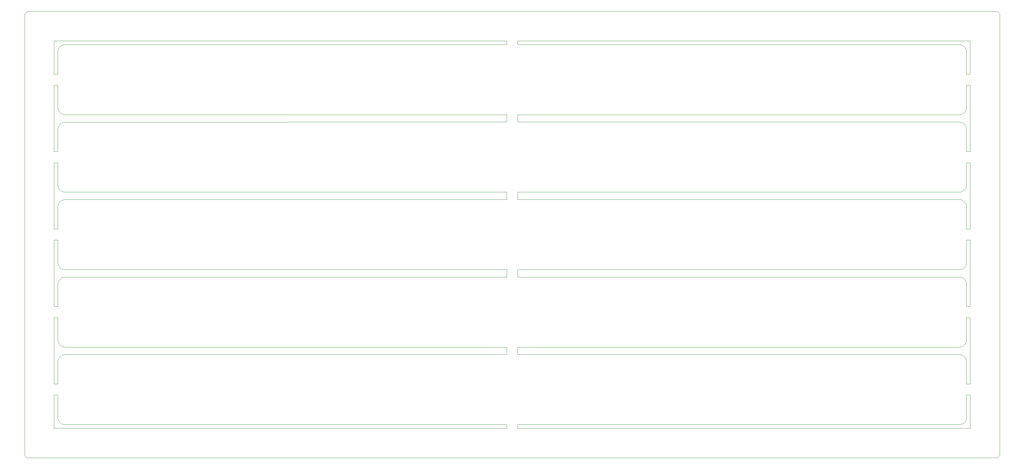
<source format=gm1>
G04 #@! TF.GenerationSoftware,KiCad,Pcbnew,8.0.2*
G04 #@! TF.CreationDate,2024-06-02T18:46:01+02:00*
G04 #@! TF.ProjectId,KeyboardUnitRuler-panel,4b657962-6f61-4726-9455-6e697452756c,rev?*
G04 #@! TF.SameCoordinates,Original*
G04 #@! TF.FileFunction,Profile,NP*
%FSLAX46Y46*%
G04 Gerber Fmt 4.6, Leading zero omitted, Abs format (unit mm)*
G04 Created by KiCad (PCBNEW 8.0.2) date 2024-06-02 18:46:01*
%MOMM*%
%LPD*%
G01*
G04 APERTURE LIST*
G04 #@! TA.AperFunction,Profile*
%ADD10C,0.100000*%
G04 #@! TD*
G04 APERTURE END LIST*
D10*
X9097907Y73541565D02*
X9132859Y73442864D01*
X9063844Y26541832D02*
X9040939Y26443124D01*
X255543135Y69030789D02*
X255496219Y69120604D01*
X254442136Y91075505D02*
X254346252Y91108279D01*
X617316Y76121D02*
X709715Y43060D01*
X254971737Y72568449D02*
X255050270Y72632484D01*
X9585801Y93795390D02*
X9661752Y93723314D01*
X254248831Y49036155D02*
X254150123Y49059060D01*
X255125459Y9550415D02*
X255197111Y9622067D01*
X8000000Y83175000D02*
X8000000Y101225000D01*
X254718129Y111998694D02*
X254628314Y112045610D01*
X253747526Y9000000D02*
X253848824Y9002567D01*
X10186534Y72332511D02*
X10283270Y72292441D01*
X264303096Y168531D02*
X264381919Y226990D01*
X9218005Y52201620D02*
X9267967Y52109602D01*
X130873763Y113250000D02*
X130873763Y112245205D01*
X255125459Y27499586D02*
X255050270Y27567517D01*
X255125459Y30600415D02*
X255197111Y30672067D01*
X11000000Y70140526D02*
X10898701Y70137960D01*
X254346252Y51191722D02*
X254442136Y51224496D01*
X253747526Y30050000D02*
X253848824Y30052567D01*
X9091720Y68739253D02*
X9063844Y68641832D01*
X255050270Y72632484D02*
X255125459Y72700415D01*
X253848824Y70147434D02*
X253747526Y70150000D01*
X9000000Y89190526D02*
X9000008Y83175000D01*
X255444814Y73092072D02*
X255496219Y73179397D01*
X9513725Y51771342D02*
X9585801Y51695390D01*
X255444814Y94142072D02*
X255496219Y94229397D01*
X9063844Y89691832D02*
X9040939Y89593124D01*
X255744959Y68251299D02*
X255737264Y68352337D01*
X253848824Y51102567D02*
X253949862Y51110262D01*
X10597402Y70099587D02*
X10498694Y70076682D01*
X130873763Y92201000D02*
X130873763Y92199000D01*
X254628314Y30254391D02*
X254718129Y30301307D01*
X10186534Y30232511D02*
X10283270Y30192441D01*
X253949862Y72160262D02*
X254050381Y72173064D01*
X255329077Y93975789D02*
X255389052Y94057464D01*
X133873763Y29049000D02*
X133873763Y29051000D01*
X133873763Y71151000D02*
X133873763Y72154738D01*
X254805454Y9302712D02*
X254890062Y9358474D01*
X9124494Y89885138D02*
X9091720Y89789253D01*
X255050270Y27567517D02*
X254971737Y27631552D01*
X9091720Y89789253D02*
X9063844Y89691832D01*
X9172928Y73346127D02*
X9218005Y73251620D01*
X9857462Y90832055D02*
X9775786Y90772079D01*
X254442136Y70025505D02*
X254346252Y70058279D01*
X255197111Y69527934D02*
X255125459Y69599586D01*
X9381983Y72984032D02*
X9445724Y72900962D01*
X9023062Y26343382D02*
X9010260Y26242863D01*
X254050381Y49076937D02*
X253949862Y49089739D01*
X9585801Y51695390D02*
X9661752Y51623314D01*
X9482482Y48393273D02*
X9418447Y48314740D01*
X9445724Y30800962D02*
X9513725Y30721342D01*
X255585441Y73361289D02*
X255623030Y73455390D01*
X9068168Y10491960D02*
X9097907Y10391565D01*
X254346252Y72241722D02*
X254442136Y72274496D01*
X9010260Y110442863D02*
X9002566Y110341825D01*
X11000000Y72159595D02*
X130873763Y72154857D01*
X255265042Y9697256D02*
X255329077Y9775789D01*
X255747526Y53100000D02*
X255747526Y59125000D01*
X254346252Y49008279D02*
X254248831Y49036155D01*
X9002566Y68241825D02*
X9000000Y68140526D01*
X255724462Y110552856D02*
X255706585Y110652598D01*
X9023062Y68443382D02*
X9010260Y68342863D01*
X254050381Y112226937D02*
X253949862Y112239739D01*
X9162083Y47879239D02*
X9124494Y47785138D01*
X10597402Y91149587D02*
X10498694Y91126682D01*
X255655804Y73551274D02*
X255683680Y73648695D01*
X9622065Y111690113D02*
X9550413Y111618461D01*
X255683680Y52598695D02*
X255706585Y52697403D01*
X9445724Y93950962D02*
X9513725Y93871342D01*
X10186534Y9182511D02*
X10283270Y9142441D01*
X254346252Y70058279D02*
X254248831Y70086155D01*
X255125459Y69599586D02*
X255050270Y69667517D01*
X11000000Y51109595D02*
X130873763Y51104857D01*
X253747526Y91200000D02*
X133873763Y91195322D01*
X9002761Y31954923D02*
X9010976Y31850539D01*
X9097907Y10391565D02*
X9132859Y10292864D01*
X255496219Y111220604D02*
X255444814Y111307929D01*
X10597402Y112199587D02*
X10498694Y112176682D01*
X254248831Y51163846D02*
X254346252Y51191722D01*
X10790944Y93220553D02*
X10895328Y93212337D01*
X255585441Y10211289D02*
X255623030Y10305390D01*
X9418447Y48314740D02*
X9358471Y48233064D01*
X9322676Y94120324D02*
X9381983Y94034032D01*
X9218005Y10101620D02*
X9267967Y10009602D01*
X255329077Y111474212D02*
X255265042Y111552745D01*
X10790944Y30070553D02*
X10895328Y30062337D01*
X253949862Y30060262D02*
X254050381Y30073064D01*
X10029395Y48839221D02*
X9942071Y48787816D01*
X254971737Y111831552D02*
X254890062Y111891527D01*
X255744959Y31948702D02*
X255747526Y32050000D01*
X9358471Y48233064D02*
X9302710Y48148455D01*
X9550413Y27418461D02*
X9482482Y27343273D01*
X255543135Y31169212D02*
X255585441Y31261289D01*
X254718129Y72401307D02*
X254805454Y72452712D01*
X10895328Y30062337D02*
X11000000Y30059595D01*
X254050381Y72173064D02*
X254150123Y72190941D01*
X253747526Y70150000D02*
X133873763Y70145322D01*
X9251305Y90161131D02*
X9204389Y90071316D01*
X255744959Y47201299D02*
X255737264Y47302337D01*
X8000000Y80175000D02*
X9000011Y80175000D01*
X255623030Y31355390D02*
X255655804Y31451274D01*
X255585441Y26838712D02*
X255543135Y26930789D01*
X9097907Y31441565D02*
X9132859Y31342864D01*
X10797663Y112230266D02*
X10697144Y112217464D01*
X254628314Y51304391D02*
X254718129Y51351307D01*
X9040939Y68543124D02*
X9023062Y68443382D01*
X254442136Y30174496D02*
X254536237Y30212085D01*
X9741372Y30505312D02*
X9824441Y30441569D01*
X9302710Y69198455D02*
X9251305Y69111131D01*
X9024643Y52796728D02*
X9043725Y52693774D01*
X255747526Y41075000D02*
X255747526Y47100000D01*
X9023062Y47393382D02*
X9010260Y47292863D01*
X10211287Y112078443D02*
X10119210Y112036137D01*
X10401273Y112148806D02*
X10305388Y112116032D01*
X9010260Y26242863D02*
X9002566Y26141825D01*
X254442136Y51224496D02*
X254536237Y51262085D01*
X9000000Y110240526D02*
X9000008Y104225000D01*
X255747526Y68150000D02*
X255744959Y68251299D01*
X9024643Y31746728D02*
X9043725Y31643774D01*
X255744959Y52998702D02*
X255747526Y53100000D01*
X255543135Y10119212D02*
X255585441Y10211289D01*
X264747526Y120250000D02*
X264742710Y120348018D01*
X255655804Y52501274D02*
X255683680Y52598695D01*
X9358471Y69283064D02*
X9302710Y69198455D01*
X254805454Y111947289D02*
X254718129Y111998694D01*
X256747526Y41075000D02*
X255747526Y41075000D01*
X9302710Y90248455D02*
X9251305Y90161131D01*
X255747526Y47100000D02*
X255744959Y47201299D01*
X9204389Y111121316D02*
X9162083Y111029239D01*
X254628314Y9204391D02*
X254718129Y9251307D01*
X9024643Y73846728D02*
X9043725Y73743774D01*
X254248831Y91136155D02*
X254150123Y91159060D01*
X10092027Y9227590D02*
X10186534Y9182511D01*
X10687133Y30084221D02*
X10790944Y30070553D01*
X255747526Y17025000D02*
X256747526Y17025000D01*
X9741372Y9455312D02*
X9824441Y9391569D01*
X10498694Y91126682D02*
X10401273Y91098806D01*
X444429Y168531D02*
X528603Y118079D01*
X9068168Y94691960D02*
X9097907Y94591565D01*
X255389052Y51957464D02*
X255444814Y52042072D01*
X264130209Y121173880D02*
X264037810Y121206941D01*
X264671405Y617317D02*
X264704466Y709716D01*
X255747526Y80175000D02*
X256747526Y80175000D01*
X9040939Y110643124D02*
X9023062Y110543382D01*
X9697253Y69658044D02*
X9622065Y69590113D01*
X9824441Y93591569D02*
X9910732Y93532262D01*
X255724462Y47402856D02*
X255706585Y47502598D01*
X254150123Y28009060D02*
X254050381Y28026937D01*
X9697253Y111758044D02*
X9622065Y111690113D01*
X264578995Y120805571D02*
X264520536Y120884394D01*
X9091720Y47689253D02*
X9063844Y47591832D01*
X255389052Y90342537D02*
X255329077Y90424212D01*
X255444814Y30992072D02*
X255496219Y31079397D01*
X255496219Y27020604D02*
X255444814Y27107929D01*
X255706585Y94797403D02*
X255724462Y94897145D01*
X9043725Y94793774D02*
X9068168Y94691960D01*
X9204389Y90071316D02*
X9162083Y89979239D01*
X255543135Y47980789D02*
X255496219Y48070604D01*
X133873763Y8000000D02*
X133873763Y9004738D01*
X10584180Y93253304D02*
X10687133Y93234221D01*
X130873763Y50099000D02*
X130873763Y49095205D01*
X254150123Y49059060D02*
X254050381Y49076937D01*
X9942071Y48787816D02*
X9857462Y48732055D01*
X255706585Y68552598D02*
X255683680Y68651306D01*
X254628314Y112045610D02*
X254536237Y112087916D01*
X9204389Y47971316D02*
X9162083Y47879239D01*
X292893Y120957107D02*
X226989Y120884394D01*
X10211287Y27878443D02*
X10119210Y27836137D01*
X9091720Y110839253D02*
X9063844Y110741832D01*
X255389052Y9857464D02*
X255444814Y9942072D01*
X10283270Y51242441D02*
X10381971Y51207488D01*
X10898701Y70137960D02*
X10797663Y70130266D01*
X9445724Y51850962D02*
X9513725Y51771342D01*
X255125459Y90649586D02*
X255050270Y90717517D01*
X8000000Y104225000D02*
X8000000Y113250000D01*
X254150123Y91159060D02*
X254050381Y91176937D01*
X264704466Y120540285D02*
X264671405Y120632684D01*
X9023062Y110543382D02*
X9010260Y110442863D01*
X254248831Y30113846D02*
X254346252Y30141722D01*
X255496219Y10029397D02*
X255543135Y10119212D01*
X10482366Y30127748D02*
X10584180Y30103304D01*
X10283270Y93342441D02*
X10381971Y93307488D01*
X255197111Y48477934D02*
X255125459Y48549586D01*
X255724462Y26352856D02*
X255706585Y26452598D01*
X11000000Y28040526D02*
X10898701Y28037960D01*
X9824441Y72541569D02*
X9910732Y72482262D01*
X10584180Y72203304D02*
X10687133Y72184221D01*
X255744959Y95098702D02*
X255747526Y95200000D01*
X255655804Y47698727D02*
X255623030Y47794611D01*
X9000008Y20025000D02*
X8000000Y20025000D01*
X9000008Y62125000D02*
X8000000Y62125000D01*
X9068168Y31541960D02*
X9097907Y31441565D01*
X10597402Y27999587D02*
X10498694Y27976682D01*
X255444814Y90257929D02*
X255389052Y90342537D01*
X255724462Y31747145D02*
X255737264Y31847664D01*
X9585801Y9595390D02*
X9661752Y9523314D01*
X43059Y709716D02*
X76120Y617317D01*
X253848824Y91197434D02*
X253747526Y91200000D01*
X263942616Y121230786D02*
X263845543Y121245185D01*
X254805454Y30352712D02*
X254890062Y30408474D01*
X255585441Y111038712D02*
X255543135Y111130789D01*
X9775786Y69722079D02*
X9697253Y69658044D01*
X254971737Y69731552D02*
X254890062Y69791527D01*
X253949862Y93210262D02*
X254050381Y93223064D01*
X10305388Y48966032D02*
X10211287Y48928443D01*
X8000000Y62125000D02*
X8000000Y80175000D01*
X264742710Y120348018D02*
X264728311Y120445091D01*
X254890062Y90841527D02*
X254805454Y90897289D01*
X255747526Y104225000D02*
X255747526Y110250000D01*
X255329077Y30825789D02*
X255389052Y30907464D01*
X255744959Y10898702D02*
X255747526Y11000000D01*
X9024643Y10696728D02*
X9043725Y10593774D01*
X9302710Y111298455D02*
X9251305Y111211131D01*
X10401273Y91098806D02*
X10305388Y91066032D01*
X255197111Y9622067D02*
X255265042Y9697256D01*
X253949862Y51110262D02*
X254050381Y51123064D01*
X8000000Y59125000D02*
X9000011Y59125000D01*
X256747526Y38075000D02*
X256747526Y20025000D01*
X9204389Y69021316D02*
X9162083Y68929239D01*
X255050270Y9482484D02*
X255125459Y9550415D01*
X255747526Y59125000D02*
X256747526Y59125000D01*
X255389052Y73007464D02*
X255444814Y73092072D01*
X255444814Y48157929D02*
X255389052Y48242537D01*
X255389052Y69292537D02*
X255329077Y69374212D01*
X9132859Y94492864D02*
X9172928Y94396127D01*
X9063844Y110741832D02*
X9040939Y110643124D01*
X9043725Y52693774D02*
X9068168Y52591960D01*
X9010260Y89392863D02*
X9002566Y89291825D01*
X255265042Y111552745D02*
X255197111Y111627934D01*
X9267967Y73159602D02*
X9322676Y73070324D01*
X130873763Y70145205D02*
X11000000Y70140526D01*
X255683680Y47601306D02*
X255655804Y47698727D01*
X255747526Y26050000D02*
X255744959Y26151299D01*
X8000000Y38075000D02*
X9000011Y38075000D01*
X255585441Y47888712D02*
X255543135Y47980789D01*
X9000011Y17025000D02*
X9000020Y11009595D01*
X133873763Y92199000D02*
X133873763Y92201000D01*
X255655804Y31451274D02*
X255683680Y31548695D01*
X253848824Y49097434D02*
X253747526Y49100000D01*
X9043725Y10593774D02*
X9068168Y10491960D01*
X255050270Y69667517D02*
X254971737Y69731552D01*
X10029395Y69889221D02*
X9942071Y69837816D01*
X254150123Y112209060D02*
X254050381Y112226937D01*
X264578995Y444430D02*
X264629447Y528604D01*
X10898701Y112237960D02*
X10797663Y112230266D01*
X9068168Y52591960D02*
X9097907Y52491565D01*
X8000000Y20025000D02*
X8000000Y38075000D01*
X255585441Y94411289D02*
X255623030Y94505390D01*
X256747526Y8000000D02*
X133873763Y8000000D01*
X9418447Y111464740D02*
X9358471Y111383064D01*
X254050381Y30073064D02*
X254150123Y30090941D01*
X10498694Y112176682D02*
X10401273Y112148806D01*
X255197111Y30672067D02*
X255265042Y30747256D01*
X9513725Y72821342D02*
X9585801Y72745390D01*
X263747526Y0D02*
X263845543Y4816D01*
X264037810Y121206941D02*
X263942616Y121230786D01*
X255744959Y74048702D02*
X255747526Y74150000D01*
X255683680Y10498695D02*
X255706585Y10597403D01*
X255329077Y9775789D02*
X255389052Y9857464D01*
X254150123Y72190941D02*
X254248831Y72213846D01*
X4815Y120348018D02*
X0Y120250000D01*
X9322676Y52020324D02*
X9381983Y51934032D01*
X253949862Y70139739D02*
X253848824Y70147434D01*
X365606Y226990D02*
X444429Y168531D01*
X133873763Y112245322D02*
X133873763Y113250000D01*
X10000009Y72427552D02*
X10092027Y72377590D01*
X253747526Y72150000D02*
X253848824Y72152567D01*
X254536237Y30212085D02*
X254628314Y30254391D01*
X9741372Y72605312D02*
X9824441Y72541569D01*
X254150123Y30090941D02*
X254248831Y30113846D01*
X9585801Y72745390D02*
X9661752Y72673314D01*
X254890062Y111891527D02*
X254805454Y111947289D01*
X9010976Y95000539D02*
X9024643Y94896728D01*
X255724462Y89502856D02*
X255706585Y89602598D01*
X254890062Y69791527D02*
X254805454Y69847289D01*
X255737264Y52897664D02*
X255744959Y52998702D01*
X255744959Y26151299D02*
X255737264Y26252337D01*
X253848824Y28047434D02*
X253747526Y28050000D01*
X255543135Y26930789D02*
X255496219Y27020604D01*
X9910732Y30382262D02*
X10000009Y30327552D01*
X9513725Y93871342D02*
X9585801Y93795390D01*
X255585441Y52311289D02*
X255623030Y52405390D01*
X255197111Y93822067D02*
X255265042Y93897256D01*
X263845543Y121245185D02*
X263747526Y121250000D01*
X255683680Y26551306D02*
X255655804Y26648727D01*
X254718129Y27798694D02*
X254628314Y27845610D01*
X254050381Y9023064D02*
X254150123Y9040941D01*
X9267967Y94209602D02*
X9322676Y94120324D01*
X255543135Y52219212D02*
X255585441Y52311289D01*
X9857462Y111882055D02*
X9775786Y111822079D01*
X9322676Y30970324D02*
X9381983Y30884032D01*
X255496219Y69120604D02*
X255444814Y69207929D01*
X10584180Y9053304D02*
X10687133Y9034221D01*
X264381919Y226990D02*
X264454632Y292894D01*
X9322676Y73070324D02*
X9381983Y72984032D01*
X10119210Y69936137D02*
X10029395Y69889221D01*
X9172928Y10196127D02*
X9218005Y10101620D01*
X9942071Y111937816D02*
X9857462Y111882055D01*
X9857462Y69782055D02*
X9775786Y69722079D01*
X254718129Y93451307D02*
X254805454Y93502712D01*
X255706585Y26452598D02*
X255683680Y26551306D01*
X10895328Y9012337D02*
X11000000Y9009595D01*
X9381983Y30884032D02*
X9445724Y30800962D01*
X255265042Y90502745D02*
X255197111Y90577934D01*
X9124494Y68835138D02*
X9091720Y68739253D01*
X226989Y365607D02*
X292893Y292894D01*
X255623030Y68844611D02*
X255585441Y68938712D01*
X10687133Y51134221D02*
X10790944Y51120553D01*
X255737264Y94997664D02*
X255744959Y95098702D01*
X254971737Y27631552D02*
X254890062Y27691527D01*
X9622065Y48540113D02*
X9550413Y48468461D01*
X9775786Y111822079D02*
X9697253Y111758044D01*
X9661752Y9523314D02*
X9741372Y9455312D01*
X254718129Y51351307D02*
X254805454Y51402712D01*
X10790944Y9020553D02*
X10895328Y9012337D01*
X9857462Y48732055D02*
X9775786Y48672079D01*
X254248831Y93263846D02*
X254346252Y93291722D01*
X9302710Y48148455D02*
X9251305Y48061131D01*
X254718129Y48848694D02*
X254628314Y48895610D01*
X168530Y444430D02*
X226989Y365607D01*
X9322676Y9920324D02*
X9381983Y9834032D01*
X8000000Y113250000D02*
X130873763Y113250000D01*
X9697253Y48608044D02*
X9622065Y48540113D01*
X9775786Y48672079D02*
X9697253Y48608044D01*
X130873763Y8000000D02*
X8000000Y8000000D01*
X264218922Y121131922D02*
X264130209Y121173880D01*
X254536237Y9162085D02*
X254628314Y9204391D01*
X528603Y121131922D02*
X444429Y121081470D01*
X168530Y120805571D02*
X118078Y120721397D01*
X255623030Y10305390D02*
X255655804Y10401274D01*
X0Y120250000D02*
X0Y1000000D01*
X10482366Y93277748D02*
X10584180Y93253304D01*
X10482366Y9077748D02*
X10584180Y9053304D01*
X255265042Y93897256D02*
X255329077Y93975789D01*
X254536237Y112087916D02*
X254442136Y112125505D01*
X255585441Y89988712D02*
X255543135Y90080789D01*
X901982Y121245185D02*
X804909Y121230786D01*
X9204389Y26921316D02*
X9162083Y26829239D01*
X9000008Y83175000D02*
X8000000Y83175000D01*
X255623030Y89894611D02*
X255585441Y89988712D01*
X10498694Y70076682D02*
X10401273Y70048806D01*
X10119210Y90986137D02*
X10029395Y90939221D01*
X255496219Y90170604D02*
X255444814Y90257929D01*
X256747526Y62125000D02*
X255747526Y62125000D01*
X255496219Y48070604D02*
X255444814Y48157929D01*
X10029395Y27789221D02*
X9942071Y27737816D01*
X226989Y120884394D02*
X168530Y120805571D01*
X9824441Y51491569D02*
X9910732Y51432262D01*
X10000009Y51377552D02*
X10092027Y51327590D01*
X10401273Y48998806D02*
X10305388Y48966032D01*
X10797663Y49080266D02*
X10697144Y49067464D01*
X10797663Y28030266D02*
X10697144Y28017464D01*
X255496219Y31079397D02*
X255543135Y31169212D01*
X10305388Y27916032D02*
X10211287Y27878443D01*
X255265042Y30747256D02*
X255329077Y30825789D01*
X10211287Y69978443D02*
X10119210Y69936137D01*
X11000000Y9009595D02*
X130873763Y9004857D01*
X255706585Y89602598D02*
X255683680Y89701306D01*
X255747526Y74150000D02*
X255747526Y80175000D01*
X9010976Y10800539D02*
X9024643Y10696728D01*
X10000009Y9277552D02*
X10092027Y9227590D01*
X9162083Y89979239D02*
X9124494Y89885138D01*
X9741372Y93655312D02*
X9824441Y93591569D01*
X254971737Y93618449D02*
X255050270Y93682484D01*
X9218005Y73251620D02*
X9267967Y73159602D01*
X1000000Y0D02*
X263747526Y0D01*
X9132859Y31342864D02*
X9172928Y31246127D01*
X9741372Y51555312D02*
X9824441Y51491569D01*
X10283270Y9142441D02*
X10381971Y9107488D01*
X9132859Y10292864D02*
X9172928Y10196127D01*
X10697144Y70117464D02*
X10597402Y70099587D01*
X9622065Y90640113D02*
X9550413Y90568461D01*
X10186534Y51282511D02*
X10283270Y51242441D01*
X255747526Y62125000D02*
X255747526Y68150000D01*
X9302710Y27098455D02*
X9251305Y27011131D01*
X9622065Y27490113D02*
X9550413Y27418461D01*
X9010260Y47292863D02*
X9002566Y47191825D01*
X10697144Y91167464D02*
X10597402Y91149587D01*
X9942071Y27737816D02*
X9857462Y27682055D01*
X9697253Y27558044D02*
X9622065Y27490113D01*
X9132859Y52392864D02*
X9172928Y52296127D01*
X9002566Y110341825D02*
X9000000Y110240526D01*
X10687133Y9034221D02*
X10790944Y9020553D01*
X255744959Y89301299D02*
X255737264Y89402337D01*
X9002566Y89291825D02*
X9000000Y89190526D01*
X255706585Y110652598D02*
X255683680Y110751306D01*
X256747526Y113250000D02*
X256747526Y104225000D01*
X9824441Y9391569D02*
X9910732Y9332262D01*
X133873763Y93204738D02*
X253747526Y93200000D01*
X255724462Y10697145D02*
X255737264Y10797664D01*
X130873763Y28045205D02*
X11000000Y28040526D01*
X9024643Y94896728D02*
X9043725Y94793774D01*
X263942616Y19215D02*
X264037810Y43060D01*
X365606Y121023011D02*
X292893Y120957107D01*
X9910732Y93532262D02*
X10000009Y93477552D01*
X9002566Y26141825D02*
X9000000Y26040526D01*
X10381971Y30157488D02*
X10482366Y30127748D01*
X9824441Y30441569D02*
X9910732Y30382262D01*
X130873763Y91195205D02*
X11000000Y91190526D01*
X255747526Y89200000D02*
X255744959Y89301299D01*
X253848824Y30052567D02*
X253949862Y30060262D01*
X255329077Y90424212D02*
X255265042Y90502745D01*
X255050270Y51582484D02*
X255125459Y51650415D01*
X10305388Y70016032D02*
X10211287Y69978443D01*
X9002761Y53004923D02*
X9010976Y52900539D01*
X255389052Y27192537D02*
X255329077Y27274212D01*
X133873763Y50099000D02*
X133873763Y50101000D01*
X254050381Y28026937D02*
X253949862Y28039739D01*
X130873763Y50101000D02*
X130873763Y50099000D01*
X133873763Y50101000D02*
X133873763Y51104738D01*
X254805454Y51402712D02*
X254890062Y51458474D01*
X254628314Y90995610D02*
X254536237Y91037916D01*
X9000020Y95209595D02*
X9002761Y95104923D01*
X10305388Y91066032D02*
X10211287Y91028443D01*
X254536237Y51262085D02*
X254628314Y51304391D01*
X255683680Y89701306D02*
X255655804Y89798727D01*
X264037810Y43060D02*
X264130209Y76121D01*
X9162083Y111029239D02*
X9124494Y110935138D01*
X255050270Y30532484D02*
X255125459Y30600415D01*
X264671405Y120632684D02*
X264629447Y120721397D01*
X9002566Y47191825D02*
X9000000Y47090526D01*
X9040939Y47493124D02*
X9023062Y47393382D01*
X9585801Y30645390D02*
X9661752Y30573314D01*
X255724462Y68452856D02*
X255706585Y68552598D01*
X254890062Y9358474D02*
X254971737Y9418449D01*
X10000009Y30327552D02*
X10092027Y30277590D01*
X10092027Y72377590D02*
X10186534Y72332511D01*
X255724462Y94897145D02*
X255737264Y94997664D01*
X254890062Y51458474D02*
X254971737Y51518449D01*
X255543135Y73269212D02*
X255585441Y73361289D01*
X10092027Y93427590D02*
X10186534Y93382511D01*
X264728311Y804910D02*
X264742710Y901983D01*
X10211287Y48928443D02*
X10119210Y48886137D01*
X254628314Y93404391D02*
X254718129Y93451307D01*
X9697253Y90708044D02*
X9622065Y90640113D01*
X255197111Y51722067D02*
X255265042Y51797256D01*
X255706585Y47502598D02*
X255683680Y47601306D01*
X253747526Y49100000D02*
X133873763Y49095322D01*
X264629447Y120721397D02*
X264578995Y120805571D01*
X253848824Y9002567D02*
X253949862Y9010262D01*
X9622065Y69590113D02*
X9550413Y69518461D01*
X9550413Y69518461D02*
X9482482Y69443273D01*
X10283270Y72292441D02*
X10381971Y72257488D01*
X254536237Y91037916D02*
X254442136Y91075505D01*
X9445724Y72900962D02*
X9513725Y72821342D01*
X254248831Y70086155D02*
X254150123Y70109060D01*
X255265042Y72847256D02*
X255329077Y72925789D01*
X255444814Y111307929D02*
X255389052Y111392537D01*
X617316Y121173880D02*
X528603Y121131922D01*
X9000020Y53109595D02*
X9002761Y53004923D01*
X264629447Y528604D02*
X264671405Y617317D01*
X254628314Y27845610D02*
X254536237Y27887916D01*
X9251305Y48061131D02*
X9204389Y47971316D01*
X11000000Y30059595D02*
X130873763Y30054857D01*
X9482482Y90493273D02*
X9418447Y90414740D01*
X264381919Y121023011D02*
X264303096Y121081470D01*
X255197111Y27427934D02*
X255125459Y27499586D01*
X10687133Y72184221D02*
X10790944Y72170553D01*
X9381983Y9834032D02*
X9445724Y9750962D01*
X255747526Y11000000D02*
X255747526Y17025000D01*
X254442136Y9124496D02*
X254536237Y9162085D01*
X10790944Y51120553D02*
X10895328Y51112337D01*
X255655804Y68748727D02*
X255623030Y68844611D01*
X10895328Y72162337D02*
X11000000Y72159595D01*
X255329077Y72925789D02*
X255389052Y73007464D01*
X254890062Y72508474D02*
X254971737Y72568449D01*
X9661752Y93723314D02*
X9741372Y93655312D01*
X9513725Y30721342D02*
X9585801Y30645390D01*
X9775786Y27622079D02*
X9697253Y27558044D01*
X9172928Y94396127D02*
X9218005Y94301620D01*
X255543135Y94319212D02*
X255585441Y94411289D01*
X9010976Y52900539D02*
X9024643Y52796728D01*
X254150123Y51140941D02*
X254248831Y51163846D01*
X255737264Y68352337D02*
X255724462Y68452856D01*
X254150123Y9040941D02*
X254248831Y9063846D01*
X133873763Y9004738D02*
X253747526Y9000000D01*
X1000000Y121250000D02*
X901982Y121245185D01*
X130873763Y72154857D02*
X130873763Y71151000D01*
X255496219Y73179397D02*
X255543135Y73269212D01*
X9010976Y31850539D02*
X9024643Y31746728D01*
X254890062Y48741527D02*
X254805454Y48797289D01*
X254050381Y93223064D02*
X254150123Y93240941D01*
X254805454Y48797289D02*
X254718129Y48848694D01*
X255543135Y90080789D02*
X255496219Y90170604D01*
X9482482Y111543273D02*
X9418447Y111464740D01*
X9513725Y9671342D02*
X9585801Y9595390D01*
X253949862Y91189739D02*
X253848824Y91197434D01*
X255737264Y89402337D02*
X255724462Y89502856D01*
X255265042Y69452745D02*
X255197111Y69527934D01*
X255265042Y27352745D02*
X255197111Y27427934D01*
X254150123Y70109060D02*
X254050381Y70126937D01*
X254248831Y27986155D02*
X254150123Y28009060D01*
X253848824Y93202567D02*
X253949862Y93210262D01*
X133873763Y72154738D02*
X253747526Y72150000D01*
X255655804Y89798727D02*
X255623030Y89894611D01*
X10895328Y51112337D02*
X11000000Y51109595D01*
X709715Y121206941D02*
X617316Y121173880D01*
X255683680Y94698695D02*
X255706585Y94797403D01*
X255329077Y27274212D02*
X255265042Y27352745D01*
X10895328Y93212337D02*
X11000000Y93209595D01*
X10482366Y72227748D02*
X10584180Y72203304D01*
X9000000Y68140526D02*
X9000008Y62125000D01*
X9445724Y9750962D02*
X9513725Y9671342D01*
X133873763Y51104738D02*
X253747526Y51100000D01*
X9218005Y31151620D02*
X9267967Y31059602D01*
X254971737Y30468449D02*
X255050270Y30532484D01*
X264303096Y121081470D02*
X264218922Y121131922D01*
X130873763Y93204857D02*
X130873763Y92201000D01*
X10584180Y30103304D02*
X10687133Y30084221D01*
X19214Y120445091D02*
X4815Y120348018D01*
X130873763Y49095205D02*
X11000000Y49090526D01*
X804909Y19215D02*
X901982Y4816D01*
X9097907Y94591565D02*
X9132859Y94492864D01*
X254346252Y91108279D02*
X254248831Y91136155D01*
X9661752Y51623314D02*
X9741372Y51555312D01*
X11000000Y91190526D02*
X10898701Y91187960D01*
X118078Y120721397D02*
X76120Y120632684D01*
X133873763Y91195322D02*
X133873763Y92199000D01*
X264728311Y120445091D02*
X264704466Y120540285D01*
X255737264Y73947664D02*
X255744959Y74048702D01*
X264454632Y120957107D02*
X264381919Y121023011D01*
X254248831Y112186155D02*
X254150123Y112209060D01*
X255496219Y94229397D02*
X255543135Y94319212D01*
X9251305Y27011131D02*
X9204389Y26921316D01*
X0Y1000000D02*
X4815Y901983D01*
X130873763Y29049000D02*
X130873763Y28045205D01*
X9000020Y74159595D02*
X9002761Y74054923D01*
X133873763Y70145322D02*
X133873763Y71149000D01*
X255125459Y93750415D02*
X255197111Y93822067D01*
X9097907Y52491565D02*
X9132859Y52392864D01*
X264130209Y76121D02*
X264218922Y118079D01*
X9482482Y27343273D02*
X9418447Y27264740D01*
X255543135Y111130789D02*
X255496219Y111220604D01*
X255747526Y83175000D02*
X255747526Y89200000D01*
X255444814Y27107929D02*
X255389052Y27192537D01*
X264747526Y1000000D02*
X264747526Y120250000D01*
X9267967Y31059602D02*
X9322676Y30970324D01*
X9124494Y110935138D02*
X9091720Y110839253D01*
X9218005Y94301620D02*
X9267967Y94209602D01*
X10790944Y72170553D02*
X10895328Y72162337D01*
X9418447Y90414740D02*
X9358471Y90333064D01*
X8000000Y17025000D02*
X9000011Y17025000D01*
X255125459Y51650415D02*
X255197111Y51722067D01*
X255655804Y94601274D02*
X255683680Y94698695D01*
X9162083Y26829239D02*
X9124494Y26735138D01*
X9942071Y69837816D02*
X9857462Y69782055D01*
X255623030Y94505390D02*
X255655804Y94601274D01*
X130873763Y9004857D02*
X130873763Y8000000D01*
X9010976Y73950539D02*
X9024643Y73846728D01*
X10381971Y72257488D02*
X10482366Y72227748D01*
X10482366Y51177748D02*
X10584180Y51153304D01*
X256747526Y59125000D02*
X256747526Y41075000D01*
X254718129Y69898694D02*
X254628314Y69945610D01*
X254442136Y112125505D02*
X254346252Y112158279D01*
X254890062Y30408474D02*
X254971737Y30468449D01*
X253747526Y112250000D02*
X133873763Y112245322D01*
X9358471Y27183064D02*
X9302710Y27098455D01*
X264520536Y365607D02*
X264578995Y444430D01*
X10000009Y93477552D02*
X10092027Y93427590D01*
X255706585Y31647403D02*
X255724462Y31747145D01*
X9000020Y32059595D02*
X9002761Y31954923D01*
X253747526Y93200000D02*
X253848824Y93202567D01*
X9000008Y41075000D02*
X8000000Y41075000D01*
X256747526Y80175000D02*
X256747526Y62125000D01*
X255050270Y90717517D02*
X254971737Y90781552D01*
X263747526Y121250000D02*
X1000000Y121250000D01*
X254346252Y30141722D02*
X254442136Y30174496D01*
X254890062Y93558474D02*
X254971737Y93618449D01*
X253848824Y112247434D02*
X253747526Y112250000D01*
X264704466Y709716D02*
X264728311Y804910D01*
X255655804Y110848727D02*
X255623030Y110944611D01*
X9172928Y31246127D02*
X9218005Y31151620D01*
X254536237Y93362085D02*
X254628314Y93404391D01*
X528603Y118079D02*
X617316Y76121D01*
X9002761Y10904923D02*
X9010976Y10800539D01*
X254805454Y69847289D02*
X254718129Y69898694D01*
X255747526Y95200000D02*
X255747526Y101225000D01*
X255444814Y52042072D02*
X255496219Y52129397D01*
X254971737Y9418449D02*
X255050270Y9482484D01*
X292893Y292894D02*
X365606Y226990D01*
X264520536Y120884394D02*
X264454632Y120957107D01*
X256747526Y104225000D02*
X255747526Y104225000D01*
X10119210Y48886137D02*
X10029395Y48839221D01*
X255197111Y90577934D02*
X255125459Y90649586D01*
X10797663Y91180266D02*
X10697144Y91167464D01*
X10186534Y93382511D02*
X10283270Y93342441D01*
X10029395Y111989221D02*
X9942071Y111937816D01*
X9068168Y73641960D02*
X9097907Y73541565D01*
X130873763Y29051000D02*
X130873763Y29049000D01*
X255585441Y68938712D02*
X255543135Y69030789D01*
X10697144Y28017464D02*
X10597402Y27999587D01*
X133873763Y29051000D02*
X133873763Y30054738D01*
X10401273Y70048806D02*
X10305388Y70016032D01*
X254536237Y48937916D02*
X254442136Y48975505D01*
X9910732Y51432262D02*
X10000009Y51377552D01*
X263845543Y4816D02*
X263942616Y19215D01*
X254890062Y27691527D02*
X254805454Y27747289D01*
X9267967Y10009602D02*
X9322676Y9920324D01*
X9124494Y26735138D02*
X9091720Y26639253D01*
X255737264Y31847664D02*
X255744959Y31948702D01*
X10283270Y30192441D02*
X10381971Y30157488D01*
X9482482Y69443273D02*
X9418447Y69364740D01*
X254050381Y70126937D02*
X253949862Y70139739D01*
X9381983Y94034032D02*
X9445724Y93950962D01*
X9550413Y90568461D02*
X9482482Y90493273D01*
X254442136Y27925505D02*
X254346252Y27958279D01*
X9172928Y52296127D02*
X9218005Y52201620D01*
X10898701Y91187960D02*
X10797663Y91180266D01*
X9857462Y27682055D02*
X9775786Y27622079D01*
X9002761Y95104923D02*
X9010976Y95000539D01*
X9550413Y48468461D02*
X9482482Y48393273D01*
X9000020Y11009595D02*
X9002761Y10904923D01*
X9267967Y52109602D02*
X9322676Y52020324D01*
X9000011Y59125000D02*
X9000020Y53109595D01*
X19214Y804910D02*
X43059Y709716D01*
X254442136Y48975505D02*
X254346252Y49008279D01*
X130873763Y51104857D02*
X130873763Y50101000D01*
X133873763Y30054738D02*
X253747526Y30050000D01*
X118078Y528604D02*
X168530Y444430D01*
X9124494Y47785138D02*
X9091720Y47689253D01*
X9251305Y69111131D02*
X9204389Y69021316D01*
X9091720Y26639253D02*
X9063844Y26541832D01*
X9000011Y80175000D02*
X9000020Y74159595D01*
X9132859Y73442864D02*
X9172928Y73346127D01*
X255683680Y31548695D02*
X255706585Y31647403D01*
X76120Y120632684D02*
X43059Y120540285D01*
X255623030Y47794611D02*
X255585441Y47888712D01*
X9418447Y27264740D02*
X9358471Y27183064D01*
X255747526Y32050000D02*
X255747526Y38075000D01*
X11000000Y49090526D02*
X10898701Y49087960D01*
X254971737Y51518449D02*
X255050270Y51582484D01*
X254150123Y93240941D02*
X254248831Y93263846D01*
X255623030Y73455390D02*
X255655804Y73551274D01*
X255655804Y10401274D02*
X255683680Y10498695D01*
X9040939Y89593124D02*
X9023062Y89493382D01*
X255329077Y51875789D02*
X255389052Y51957464D01*
X133873763Y49095322D02*
X133873763Y50099000D01*
X255747526Y38075000D02*
X256747526Y38075000D01*
X9358471Y90333064D02*
X9302710Y90248455D01*
X264742710Y901983D02*
X264747526Y1000000D01*
X253949862Y9010262D02*
X254050381Y9023064D01*
X254628314Y72354391D02*
X254718129Y72401307D01*
X9550413Y111618461D02*
X9482482Y111543273D01*
X255125459Y72700415D02*
X255197111Y72772067D01*
X255389052Y48242537D02*
X255329077Y48324212D01*
X133873763Y92201000D02*
X133873763Y93204738D01*
X255050270Y111767517D02*
X254971737Y111831552D01*
X255389052Y30907464D02*
X255444814Y30992072D01*
X255683680Y110751306D02*
X255655804Y110848727D01*
X255706585Y10597403D02*
X255724462Y10697145D01*
X254536237Y69987916D02*
X254442136Y70025505D01*
X254248831Y72213846D02*
X254346252Y72241722D01*
X255265042Y48402745D02*
X255197111Y48477934D01*
X9251305Y111211131D02*
X9204389Y111121316D01*
X130873763Y112245205D02*
X11000000Y112240526D01*
X9661752Y30573314D02*
X9741372Y30505312D01*
X255724462Y52797145D02*
X255737264Y52897664D01*
X255050270Y93682484D02*
X255125459Y93750415D01*
X255623030Y52405390D02*
X255655804Y52501274D01*
X255265042Y51797256D02*
X255329077Y51875789D01*
X709715Y43060D02*
X804909Y19215D01*
X9010260Y68342863D02*
X9002566Y68241825D01*
X254628314Y69945610D02*
X254536237Y69987916D01*
X804909Y121230786D02*
X709715Y121206941D01*
X254536237Y27887916D02*
X254442136Y27925505D01*
X255683680Y68651306D02*
X255655804Y68748727D01*
X9063844Y47591832D02*
X9040939Y47493124D01*
X254971737Y48681552D02*
X254890062Y48741527D01*
X253949862Y112239739D02*
X253848824Y112247434D01*
X254050381Y91176937D02*
X253949862Y91189739D01*
X254346252Y112158279D02*
X254248831Y112186155D01*
X9910732Y72482262D02*
X10000009Y72427552D01*
X254805454Y90897289D02*
X254718129Y90948694D01*
X255655804Y26648727D02*
X255623030Y26744611D01*
X254718129Y30301307D02*
X254805454Y30352712D01*
X254442136Y72274496D02*
X254536237Y72312085D01*
X255197111Y111627934D02*
X255125459Y111699586D01*
X9910732Y9332262D02*
X10000009Y9277552D01*
X10119210Y27836137D02*
X10029395Y27789221D01*
X255747526Y101225000D02*
X256747526Y101225000D01*
X254805454Y93502712D02*
X254890062Y93558474D01*
X10211287Y91028443D02*
X10119210Y90986137D01*
X253747526Y28050000D02*
X133873763Y28045322D01*
X254346252Y93291722D02*
X254442136Y93324496D01*
X133873763Y113250000D02*
X256747526Y113250000D01*
X9000000Y47090526D02*
X9000008Y41075000D01*
X255389052Y111392537D02*
X255329077Y111474212D01*
X9775786Y90772079D02*
X9697253Y90708044D01*
X901982Y4816D02*
X1000000Y0D01*
X10381971Y93307488D02*
X10482366Y93277748D01*
X255737264Y10797664D02*
X255744959Y10898702D01*
X10597402Y49049587D02*
X10498694Y49026682D01*
X255389052Y94057464D02*
X255444814Y94142072D01*
X254050381Y51123064D02*
X254150123Y51140941D01*
X4815Y901983D02*
X19214Y804910D01*
X255050270Y48617517D02*
X254971737Y48681552D01*
X255623030Y26744611D02*
X255585441Y26838712D01*
X254805454Y27747289D02*
X254718129Y27798694D01*
X10381971Y9107488D02*
X10482366Y9077748D01*
X10092027Y30277590D02*
X10186534Y30232511D01*
X10119210Y112036137D02*
X10029395Y111989221D01*
X254248831Y9063846D02*
X254346252Y9091722D01*
X9043725Y31643774D02*
X9068168Y31541960D01*
X130873763Y30054857D02*
X130873763Y29051000D01*
X8000000Y8000000D02*
X8000000Y17025000D01*
X255747526Y20025000D02*
X255747526Y26050000D01*
X444429Y121081470D02*
X365606Y121023011D01*
X255747526Y110250000D02*
X255744959Y110351299D01*
X9162083Y68929239D02*
X9124494Y68835138D01*
X254536237Y72312085D02*
X254628314Y72354391D01*
X10898701Y49087960D02*
X10797663Y49080266D01*
X10584180Y51153304D02*
X10687133Y51134221D01*
X11000000Y112240526D02*
X10898701Y112237960D01*
X10687133Y93234221D02*
X10790944Y93220553D01*
X255496219Y52129397D02*
X255543135Y52219212D01*
X133873763Y71149000D02*
X133873763Y71151000D01*
X9063844Y68641832D02*
X9040939Y68543124D01*
X9381983Y51934032D02*
X9445724Y51850962D01*
X264454632Y292894D02*
X264520536Y365607D01*
X10305388Y112116032D02*
X10211287Y112078443D01*
X10797663Y70130266D02*
X10697144Y70117464D01*
X9000000Y26040526D02*
X9000008Y20025000D01*
X256747526Y83175000D02*
X255747526Y83175000D01*
X255444814Y69207929D02*
X255389052Y69292537D01*
X130873763Y92199000D02*
X130873763Y91195205D01*
X254346252Y9091722D02*
X254442136Y9124496D01*
X254442136Y93324496D02*
X254536237Y93362085D01*
X10092027Y51327590D02*
X10186534Y51282511D01*
X10401273Y27948806D02*
X10305388Y27916032D01*
X254346252Y27958279D02*
X254248831Y27986155D01*
X130873763Y71149000D02*
X130873763Y70145205D01*
X256747526Y20025000D02*
X255747526Y20025000D01*
X254628314Y48895610D02*
X254536237Y48937916D01*
X255706585Y73747403D02*
X255724462Y73847145D01*
X255125459Y48549586D02*
X255050270Y48617517D01*
X43059Y120540285D02*
X19214Y120445091D01*
X11000000Y93209595D02*
X130873763Y93204857D01*
X10498694Y49026682D02*
X10401273Y48998806D01*
X253949862Y49089739D02*
X253848824Y49097434D01*
X256747526Y17025000D02*
X256747526Y8000000D01*
X255724462Y73847145D02*
X255737264Y73947664D01*
X253949862Y28039739D02*
X253848824Y28047434D01*
X10029395Y90939221D02*
X9942071Y90887816D01*
X255623030Y110944611D02*
X255585441Y111038712D01*
X9661752Y72673314D02*
X9741372Y72605312D01*
X255329077Y69374212D02*
X255265042Y69452745D01*
X9023062Y89493382D02*
X9010260Y89392863D01*
X254805454Y72452712D02*
X254890062Y72508474D01*
X253848824Y72152567D02*
X253949862Y72160262D01*
X10697144Y112217464D02*
X10597402Y112199587D01*
X255197111Y72772067D02*
X255265042Y72847256D01*
X255683680Y73648695D02*
X255706585Y73747403D01*
X255329077Y48324212D02*
X255265042Y48402745D01*
X253747526Y51100000D02*
X253848824Y51102567D01*
X9000011Y38075000D02*
X9000020Y32059595D01*
X10898701Y28037960D02*
X10797663Y28030266D01*
X10498694Y27976682D02*
X10401273Y27948806D01*
X10697144Y49067464D02*
X10597402Y49049587D01*
X9418447Y69364740D02*
X9358471Y69283064D01*
X254971737Y90781552D02*
X254890062Y90841527D01*
X9002761Y74054923D02*
X9010976Y73950539D01*
X9043725Y73743774D02*
X9068168Y73641960D01*
X264218922Y118079D02*
X264303096Y168531D01*
X9942071Y90887816D02*
X9857462Y90832055D01*
X8000000Y101225000D02*
X9000011Y101225000D01*
X9040939Y26443124D02*
X9023062Y26343382D01*
X255706585Y52697403D02*
X255724462Y52797145D01*
X130873763Y71151000D02*
X130873763Y71149000D01*
X9358471Y111383064D02*
X9302710Y111298455D01*
X10381971Y51207488D02*
X10482366Y51177748D01*
X76120Y617317D02*
X118078Y528604D01*
X9000011Y101225000D02*
X9000020Y95209595D01*
X255125459Y111699586D02*
X255050270Y111767517D01*
X255744959Y110351299D02*
X255737264Y110452337D01*
X256747526Y101225000D02*
X256747526Y83175000D01*
X255444814Y9942072D02*
X255496219Y10029397D01*
X255585441Y31261289D02*
X255623030Y31355390D01*
X255737264Y47302337D02*
X255724462Y47402856D01*
X133873763Y28045322D02*
X133873763Y29049000D01*
X255737264Y110452337D02*
X255724462Y110552856D01*
X255737264Y26252337D02*
X255724462Y26352856D01*
X8000000Y41075000D02*
X8000000Y59125000D01*
X254718129Y90948694D02*
X254628314Y90995610D01*
X9000008Y104225000D02*
X8000000Y104225000D01*
X254718129Y9251307D02*
X254805454Y9302712D01*
M02*

</source>
